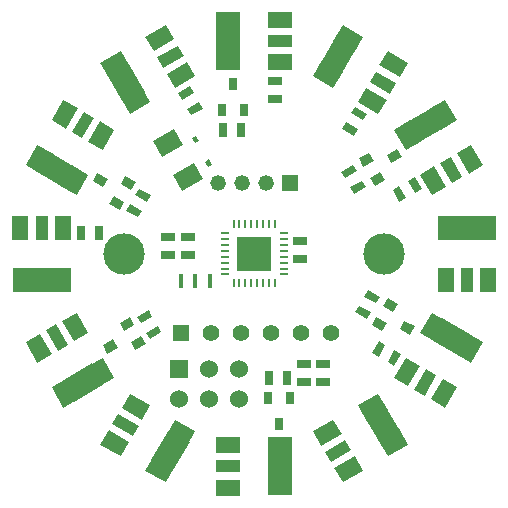
<source format=gts>
G04 (created by PCBNEW (2013-05-16 BZR 4016)-stable) date 7/10/2013 14:07:53*
%MOIN*%
G04 Gerber Fmt 3.4, Leading zero omitted, Abs format*
%FSLAX34Y34*%
G01*
G70*
G90*
G04 APERTURE LIST*
%ADD10C,0.00590551*%
%ADD11R,0.055X0.055*%
%ADD12C,0.055*%
%ADD13R,0.06X0.06*%
%ADD14C,0.06*%
%ADD15C,0.137795*%
%ADD16R,0.01X0.03*%
%ADD17R,0.03X0.01*%
%ADD18R,0.1181X0.1181*%
%ADD19C,0.052*%
%ADD20R,0.052X0.052*%
%ADD21R,0.0787402X0.0629921*%
%ADD22R,0.0787402X0.0551181*%
%ADD23R,0.0787402X0.11811*%
%ADD24R,0.0787402X0.0393701*%
%ADD25R,0.0629921X0.0787402*%
%ADD26R,0.0551181X0.0787402*%
%ADD27R,0.11811X0.0787402*%
%ADD28R,0.0393701X0.0787402*%
%ADD29R,0.0315X0.0394*%
%ADD30R,0.045X0.025*%
%ADD31R,0.025X0.045*%
%ADD32R,0.015748X0.0511811*%
G04 APERTURE END LIST*
G54D10*
G36*
X3327Y3939D02*
X2937Y4164D01*
X3062Y4380D01*
X3452Y4155D01*
X3327Y3939D01*
X3327Y3939D01*
G37*
G36*
X3627Y4459D02*
X3237Y4684D01*
X3362Y4900D01*
X3752Y4675D01*
X3627Y4459D01*
X3627Y4459D01*
G37*
G36*
X-2082Y3850D02*
X-1946Y3929D01*
X-1847Y3759D01*
X-1984Y3680D01*
X-2082Y3850D01*
X-2082Y3850D01*
G37*
G36*
X-1630Y3066D02*
X-1493Y3145D01*
X-1395Y2975D01*
X-1531Y2896D01*
X-1630Y3066D01*
X-1630Y3066D01*
G37*
G36*
X-1723Y2507D02*
X-2416Y2107D01*
X-2716Y2626D01*
X-2023Y3026D01*
X-1723Y2507D01*
X-1723Y2507D01*
G37*
G36*
X-2373Y3633D02*
X-3066Y3233D01*
X-3366Y3752D01*
X-2673Y4152D01*
X-2373Y3633D01*
X-2373Y3633D01*
G37*
G54D11*
X-2440Y-2657D03*
G54D12*
X-1440Y-2657D03*
X-440Y-2657D03*
X559Y-2657D03*
X1559Y-2657D03*
X2559Y-2657D03*
G54D13*
X-2496Y-3830D03*
G54D14*
X-2496Y-4830D03*
X-1496Y-3830D03*
X-1496Y-4830D03*
X-496Y-3830D03*
X-496Y-4830D03*
G54D15*
X-4330Y0D03*
X4330Y0D03*
G54D16*
X-492Y984D03*
X-295Y984D03*
X-98Y984D03*
X-689Y984D03*
G54D17*
X-984Y689D03*
X-984Y492D03*
X-984Y295D03*
X-984Y98D03*
X-984Y-98D03*
X-984Y-295D03*
X-984Y-492D03*
X-984Y-689D03*
G54D16*
X689Y-984D03*
X-689Y-984D03*
X-492Y-984D03*
X-295Y-984D03*
X-98Y-984D03*
X98Y-984D03*
X295Y-984D03*
X492Y-984D03*
G54D17*
X984Y-689D03*
X984Y-492D03*
X984Y-295D03*
X984Y-98D03*
X984Y98D03*
X984Y295D03*
X984Y492D03*
X984Y689D03*
G54D16*
X689Y984D03*
X492Y984D03*
X295Y984D03*
X98Y984D03*
G54D18*
X0Y0D03*
G54D19*
X-1200Y2352D03*
X-400Y2352D03*
X400Y2352D03*
G54D20*
X1200Y2352D03*
G54D21*
X-866Y7755D03*
G54D22*
X866Y7795D03*
G54D23*
X-866Y7086D03*
G54D24*
X866Y7086D03*
G54D21*
X-866Y6417D03*
G54D22*
X866Y6377D03*
G54D10*
G36*
X-4811Y5818D02*
X-5126Y6364D01*
X-4444Y6757D01*
X-4129Y6212D01*
X-4811Y5818D01*
X-4811Y5818D01*
G37*
G36*
X-3350Y6753D02*
X-3626Y7230D01*
X-2944Y7624D01*
X-2668Y7146D01*
X-3350Y6753D01*
X-3350Y6753D01*
G37*
G36*
X-4339Y5000D02*
X-4929Y6023D01*
X-4247Y6416D01*
X-3657Y5394D01*
X-4339Y5000D01*
X-4339Y5000D01*
G37*
G36*
X-3035Y6207D02*
X-3232Y6548D01*
X-2550Y6942D01*
X-2353Y6601D01*
X-3035Y6207D01*
X-3035Y6207D01*
G37*
G36*
X-4142Y4659D02*
X-4457Y5204D01*
X-3775Y5598D01*
X-3460Y5053D01*
X-4142Y4659D01*
X-4142Y4659D01*
G37*
G36*
X-2642Y5525D02*
X-2917Y6002D01*
X-2235Y6396D01*
X-1960Y5919D01*
X-2642Y5525D01*
X-2642Y5525D01*
G37*
G36*
X-7078Y2629D02*
X-7624Y2944D01*
X-7230Y3626D01*
X-6684Y3311D01*
X-7078Y2629D01*
X-7078Y2629D01*
G37*
G36*
X-6280Y4168D02*
X-6757Y4444D01*
X-6364Y5126D01*
X-5886Y4850D01*
X-6280Y4168D01*
X-6280Y4168D01*
G37*
G36*
X-6260Y2156D02*
X-7283Y2747D01*
X-6889Y3429D01*
X-5866Y2838D01*
X-6260Y2156D01*
X-6260Y2156D01*
G37*
G36*
X-5735Y3854D02*
X-6075Y4050D01*
X-5682Y4732D01*
X-5341Y4535D01*
X-5735Y3854D01*
X-5735Y3854D01*
G37*
G36*
X-5919Y1960D02*
X-6464Y2275D01*
X-6071Y2956D01*
X-5525Y2642D01*
X-5919Y1960D01*
X-5919Y1960D01*
G37*
G36*
X-5053Y3460D02*
X-5530Y3735D01*
X-5136Y4417D01*
X-4659Y4142D01*
X-5053Y3460D01*
X-5053Y3460D01*
G37*
G54D25*
X-7755Y-866D03*
G54D26*
X-7795Y866D03*
G54D27*
X-7086Y-866D03*
G54D28*
X-7086Y866D03*
G54D25*
X-6417Y-866D03*
G54D26*
X-6377Y866D03*
G54D10*
G36*
X-5818Y-4811D02*
X-6364Y-5126D01*
X-6757Y-4444D01*
X-6212Y-4129D01*
X-5818Y-4811D01*
X-5818Y-4811D01*
G37*
G36*
X-6753Y-3350D02*
X-7230Y-3626D01*
X-7624Y-2944D01*
X-7146Y-2668D01*
X-6753Y-3350D01*
X-6753Y-3350D01*
G37*
G36*
X-5000Y-4339D02*
X-6023Y-4929D01*
X-6416Y-4247D01*
X-5394Y-3657D01*
X-5000Y-4339D01*
X-5000Y-4339D01*
G37*
G36*
X-6207Y-3035D02*
X-6548Y-3232D01*
X-6942Y-2550D01*
X-6601Y-2353D01*
X-6207Y-3035D01*
X-6207Y-3035D01*
G37*
G36*
X-4659Y-4142D02*
X-5204Y-4457D01*
X-5598Y-3775D01*
X-5053Y-3460D01*
X-4659Y-4142D01*
X-4659Y-4142D01*
G37*
G36*
X-5525Y-2642D02*
X-6002Y-2917D01*
X-6396Y-2235D01*
X-5919Y-1960D01*
X-5525Y-2642D01*
X-5525Y-2642D01*
G37*
G36*
X-2629Y-7078D02*
X-2944Y-7624D01*
X-3626Y-7230D01*
X-3311Y-6684D01*
X-2629Y-7078D01*
X-2629Y-7078D01*
G37*
G36*
X-4168Y-6280D02*
X-4444Y-6757D01*
X-5126Y-6364D01*
X-4850Y-5886D01*
X-4168Y-6280D01*
X-4168Y-6280D01*
G37*
G36*
X-2156Y-6260D02*
X-2747Y-7283D01*
X-3429Y-6889D01*
X-2838Y-5866D01*
X-2156Y-6260D01*
X-2156Y-6260D01*
G37*
G36*
X-3854Y-5735D02*
X-4050Y-6075D01*
X-4732Y-5682D01*
X-4535Y-5341D01*
X-3854Y-5735D01*
X-3854Y-5735D01*
G37*
G36*
X-1960Y-5919D02*
X-2275Y-6464D01*
X-2956Y-6071D01*
X-2642Y-5525D01*
X-1960Y-5919D01*
X-1960Y-5919D01*
G37*
G36*
X-3460Y-5053D02*
X-3735Y-5530D01*
X-4417Y-5136D01*
X-4142Y-4659D01*
X-3460Y-5053D01*
X-3460Y-5053D01*
G37*
G54D21*
X866Y-7755D03*
G54D22*
X-866Y-7795D03*
G54D23*
X866Y-7086D03*
G54D24*
X-866Y-7086D03*
G54D21*
X866Y-6417D03*
G54D22*
X-866Y-6377D03*
G54D10*
G36*
X4811Y-5818D02*
X5126Y-6364D01*
X4444Y-6757D01*
X4129Y-6212D01*
X4811Y-5818D01*
X4811Y-5818D01*
G37*
G36*
X3350Y-6753D02*
X3626Y-7230D01*
X2944Y-7624D01*
X2668Y-7146D01*
X3350Y-6753D01*
X3350Y-6753D01*
G37*
G36*
X4339Y-5000D02*
X4929Y-6023D01*
X4247Y-6416D01*
X3657Y-5394D01*
X4339Y-5000D01*
X4339Y-5000D01*
G37*
G36*
X3035Y-6207D02*
X3232Y-6548D01*
X2550Y-6942D01*
X2353Y-6601D01*
X3035Y-6207D01*
X3035Y-6207D01*
G37*
G36*
X4142Y-4659D02*
X4457Y-5204D01*
X3775Y-5598D01*
X3460Y-5053D01*
X4142Y-4659D01*
X4142Y-4659D01*
G37*
G36*
X2642Y-5525D02*
X2917Y-6002D01*
X2235Y-6396D01*
X1960Y-5919D01*
X2642Y-5525D01*
X2642Y-5525D01*
G37*
G36*
X7078Y-2629D02*
X7624Y-2944D01*
X7230Y-3626D01*
X6684Y-3311D01*
X7078Y-2629D01*
X7078Y-2629D01*
G37*
G36*
X6280Y-4168D02*
X6757Y-4444D01*
X6364Y-5126D01*
X5886Y-4850D01*
X6280Y-4168D01*
X6280Y-4168D01*
G37*
G36*
X6260Y-2156D02*
X7283Y-2747D01*
X6889Y-3429D01*
X5866Y-2838D01*
X6260Y-2156D01*
X6260Y-2156D01*
G37*
G36*
X5735Y-3854D02*
X6075Y-4050D01*
X5682Y-4732D01*
X5341Y-4535D01*
X5735Y-3854D01*
X5735Y-3854D01*
G37*
G36*
X5919Y-1960D02*
X6464Y-2275D01*
X6071Y-2956D01*
X5525Y-2642D01*
X5919Y-1960D01*
X5919Y-1960D01*
G37*
G36*
X5053Y-3460D02*
X5530Y-3735D01*
X5136Y-4417D01*
X4659Y-4142D01*
X5053Y-3460D01*
X5053Y-3460D01*
G37*
G54D25*
X7755Y866D03*
G54D26*
X7795Y-866D03*
G54D27*
X7086Y866D03*
G54D28*
X7086Y-866D03*
G54D25*
X6417Y866D03*
G54D26*
X6377Y-866D03*
G54D10*
G36*
X5818Y4811D02*
X6364Y5126D01*
X6757Y4444D01*
X6212Y4129D01*
X5818Y4811D01*
X5818Y4811D01*
G37*
G36*
X6753Y3350D02*
X7230Y3626D01*
X7624Y2944D01*
X7146Y2668D01*
X6753Y3350D01*
X6753Y3350D01*
G37*
G36*
X5000Y4339D02*
X6023Y4929D01*
X6416Y4247D01*
X5394Y3657D01*
X5000Y4339D01*
X5000Y4339D01*
G37*
G36*
X6207Y3035D02*
X6548Y3232D01*
X6942Y2550D01*
X6601Y2353D01*
X6207Y3035D01*
X6207Y3035D01*
G37*
G36*
X4659Y4142D02*
X5204Y4457D01*
X5598Y3775D01*
X5053Y3460D01*
X4659Y4142D01*
X4659Y4142D01*
G37*
G36*
X5525Y2642D02*
X6002Y2917D01*
X6396Y2235D01*
X5919Y1960D01*
X5525Y2642D01*
X5525Y2642D01*
G37*
G36*
X2629Y7078D02*
X2944Y7624D01*
X3626Y7230D01*
X3311Y6684D01*
X2629Y7078D01*
X2629Y7078D01*
G37*
G36*
X4168Y6280D02*
X4444Y6757D01*
X5126Y6364D01*
X4850Y5886D01*
X4168Y6280D01*
X4168Y6280D01*
G37*
G36*
X2156Y6260D02*
X2747Y7283D01*
X3429Y6889D01*
X2838Y5866D01*
X2156Y6260D01*
X2156Y6260D01*
G37*
G36*
X3854Y5735D02*
X4050Y6075D01*
X4732Y5682D01*
X4535Y5341D01*
X3854Y5735D01*
X3854Y5735D01*
G37*
G36*
X1960Y5919D02*
X2275Y6464D01*
X2956Y6071D01*
X2642Y5525D01*
X1960Y5919D01*
X1960Y5919D01*
G37*
G36*
X3460Y5053D02*
X3735Y5530D01*
X4417Y5136D01*
X4142Y4659D01*
X3460Y5053D01*
X3460Y5053D01*
G37*
G36*
X4416Y3285D02*
X4758Y3482D01*
X4915Y3210D01*
X4574Y3013D01*
X4416Y3285D01*
X4416Y3285D01*
G37*
G36*
X3854Y2528D02*
X4195Y2725D01*
X4353Y2452D01*
X4011Y2255D01*
X3854Y2528D01*
X3854Y2528D01*
G37*
G36*
X3479Y3177D02*
X3820Y3374D01*
X3978Y3101D01*
X3636Y2904D01*
X3479Y3177D01*
X3479Y3177D01*
G37*
G36*
X5007Y-2225D02*
X5348Y-2422D01*
X5191Y-2695D01*
X4850Y-2498D01*
X5007Y-2225D01*
X5007Y-2225D01*
G37*
G36*
X4070Y-2117D02*
X4411Y-2314D01*
X4253Y-2587D01*
X3912Y-2390D01*
X4070Y-2117D01*
X4070Y-2117D01*
G37*
G36*
X4445Y-1467D02*
X4786Y-1664D01*
X4628Y-1937D01*
X4287Y-1740D01*
X4445Y-1467D01*
X4445Y-1467D01*
G37*
G54D29*
X826Y-5669D03*
X451Y-4803D03*
X1201Y-4803D03*
G54D10*
G36*
X-4554Y-3128D02*
X-4895Y-3325D01*
X-5053Y-3052D01*
X-4712Y-2855D01*
X-4554Y-3128D01*
X-4554Y-3128D01*
G37*
G36*
X-3992Y-2370D02*
X-4333Y-2567D01*
X-4491Y-2294D01*
X-4149Y-2097D01*
X-3992Y-2370D01*
X-3992Y-2370D01*
G37*
G36*
X-3617Y-3020D02*
X-3958Y-3217D01*
X-4116Y-2944D01*
X-3774Y-2747D01*
X-3617Y-3020D01*
X-3617Y-3020D01*
G37*
G36*
X-5046Y2225D02*
X-5388Y2422D01*
X-5230Y2695D01*
X-4889Y2498D01*
X-5046Y2225D01*
X-5046Y2225D01*
G37*
G36*
X-4109Y2117D02*
X-4450Y2314D01*
X-4293Y2587D01*
X-3951Y2390D01*
X-4109Y2117D01*
X-4109Y2117D01*
G37*
G36*
X-4484Y1467D02*
X-4825Y1664D01*
X-4668Y1937D01*
X-4326Y1740D01*
X-4484Y1467D01*
X-4484Y1467D01*
G37*
G54D29*
X-708Y5669D03*
X-333Y4803D03*
X-1083Y4803D03*
G54D30*
X2280Y-3675D03*
X2280Y-4275D03*
G54D31*
X-5172Y708D03*
X-5772Y708D03*
G54D10*
G36*
X-1718Y4842D02*
X-2108Y4617D01*
X-2233Y4834D01*
X-1843Y5059D01*
X-1718Y4842D01*
X-1718Y4842D01*
G37*
G36*
X-2018Y5362D02*
X-2408Y5137D01*
X-2533Y5353D01*
X-2143Y5578D01*
X-2018Y5362D01*
X-2018Y5362D01*
G37*
G36*
X4842Y1738D02*
X4617Y2128D01*
X4834Y2253D01*
X5059Y1863D01*
X4842Y1738D01*
X4842Y1738D01*
G37*
G36*
X5362Y2038D02*
X5137Y2428D01*
X5353Y2553D01*
X5578Y2163D01*
X5362Y2038D01*
X5362Y2038D01*
G37*
G36*
X3928Y-3309D02*
X4153Y-2919D01*
X4370Y-3044D01*
X4145Y-3434D01*
X3928Y-3309D01*
X3928Y-3309D01*
G37*
G36*
X4448Y-3609D02*
X4673Y-3219D01*
X4890Y-3344D01*
X4665Y-3734D01*
X4448Y-3609D01*
X4448Y-3609D01*
G37*
G54D31*
X-448Y4133D03*
X-1048Y4133D03*
G54D10*
G36*
X-3840Y2173D02*
X-3450Y1948D01*
X-3575Y1731D01*
X-3965Y1956D01*
X-3840Y2173D01*
X-3840Y2173D01*
G37*
G36*
X-4140Y1653D02*
X-3750Y1428D01*
X-3875Y1212D01*
X-4265Y1437D01*
X-4140Y1653D01*
X-4140Y1653D01*
G37*
G36*
X-3911Y-2106D02*
X-3521Y-1881D01*
X-3396Y-2098D01*
X-3786Y-2323D01*
X-3911Y-2106D01*
X-3911Y-2106D01*
G37*
G36*
X-3611Y-2626D02*
X-3221Y-2401D01*
X-3096Y-2617D01*
X-3486Y-2842D01*
X-3611Y-2626D01*
X-3611Y-2626D01*
G37*
G54D31*
X487Y-4133D03*
X1087Y-4133D03*
G54D10*
G36*
X3761Y-2173D02*
X3372Y-1948D01*
X3497Y-1731D01*
X3886Y-1956D01*
X3761Y-2173D01*
X3761Y-2173D01*
G37*
G36*
X4061Y-1653D02*
X3672Y-1428D01*
X3797Y-1212D01*
X4186Y-1437D01*
X4061Y-1653D01*
X4061Y-1653D01*
G37*
G36*
X3714Y2224D02*
X3324Y1999D01*
X3199Y2216D01*
X3589Y2441D01*
X3714Y2224D01*
X3714Y2224D01*
G37*
G36*
X3414Y2744D02*
X3024Y2519D01*
X2899Y2735D01*
X3289Y2960D01*
X3414Y2744D01*
X3414Y2744D01*
G37*
G54D30*
X708Y5152D03*
X708Y5752D03*
X1540Y-160D03*
X1540Y440D03*
X-2881Y544D03*
X-2881Y-55D03*
X-2212Y544D03*
X-2212Y-55D03*
X1655Y-3675D03*
X1655Y-4275D03*
G54D32*
X-1487Y-905D03*
X-1959Y-905D03*
X-2432Y-905D03*
M02*

</source>
